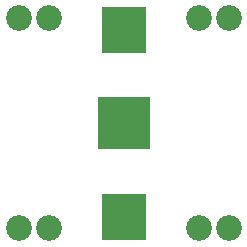
<source format=gts>
G04 #@! TF.FileFunction,Soldermask,Top*
%FSLAX46Y46*%
G04 Gerber Fmt 4.6, Leading zero omitted, Abs format (unit mm)*
G04 Created by KiCad (PCBNEW 4.0.7) date 09/26/17 00:03:47*
%MOMM*%
%LPD*%
G01*
G04 APERTURE LIST*
%ADD10C,0.100000*%
%ADD11R,3.700000X3.900000*%
%ADD12R,4.400000X4.400000*%
%ADD13C,2.178000*%
G04 APERTURE END LIST*
D10*
D11*
X135890000Y-82830000D03*
X135890000Y-67030000D03*
D12*
X135890000Y-74930000D03*
D13*
X127000000Y-66040000D03*
X129540000Y-66040000D03*
X142240000Y-66040000D03*
X144780000Y-66040000D03*
X127000000Y-83820000D03*
X129540000Y-83820000D03*
X142240000Y-83820000D03*
X144780000Y-83820000D03*
M02*

</source>
